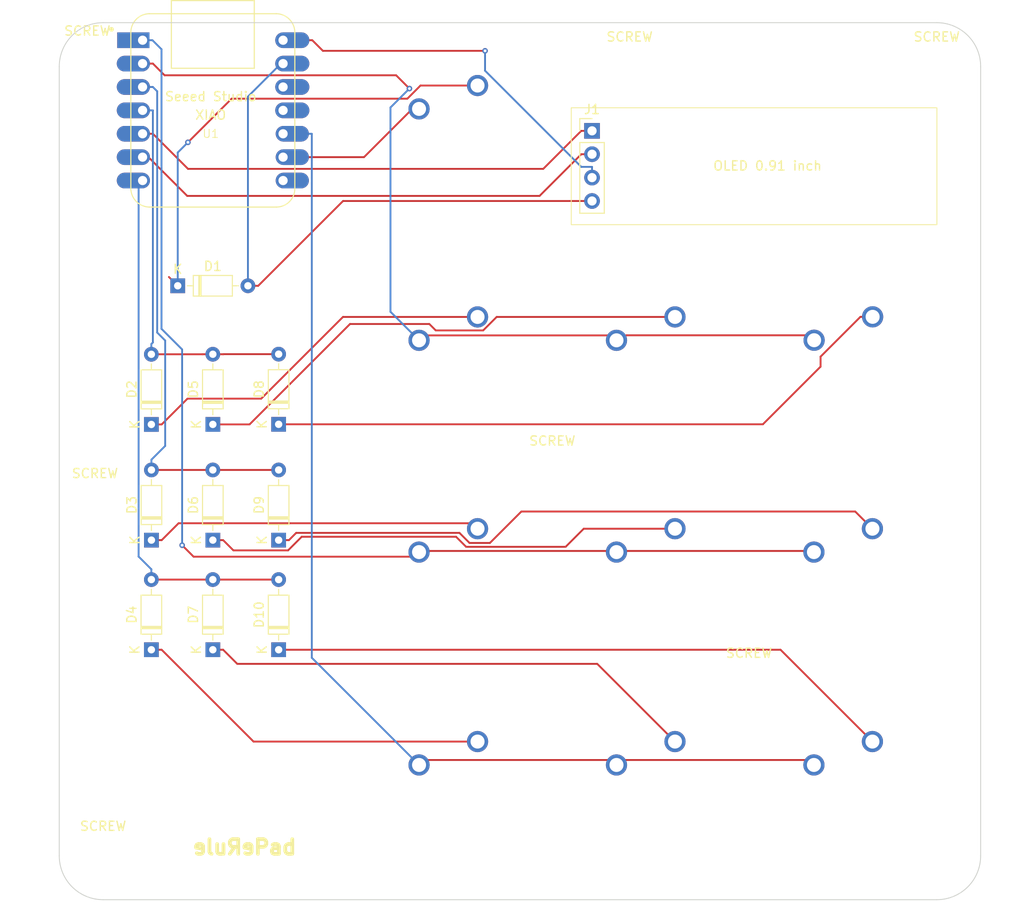
<source format=kicad_pcb>
(kicad_pcb (version 20241229) (generator "pcbnew") (generator_version "9.0")
  (layers (0 "F.Cu" signal) (2 "B.Cu" signal) (13 "F.Paste" user) (15 "B.Paste" user) (5 "F.SilkS" user "F.Silkscreen") (7 "B.SilkS" user "B.Silkscreen") (1 "F.Mask" user) (3 "B.Mask" user) (25 "Edge.Cuts" user))
  (net 0 "")
  (net 1 "Net-(D1-A)")
  (net 2 "ROW0")
  (net 3 "Net-(D2-A)")
  (net 4 "ROW1")
  (net 5 "GND")
  (net 6 "COL0")
  (net 7 "COL1")
  (net 8 "Net-(D3-A)")
  (net 9 "VCC")
  (net 10 "Net-(D4-A)")
  (net 11 "SDA")
  (net 12 "SCL")
  (net 13 "COL2")
  (net 14 "ROW2")
  (net 15 "LAYER_BTN")
  (net 16 "Net-(D10-A)")
  (net 17 "Net-(D5-A)")
  (net 18 "Net-(D6-A)")
  (net 19 "Net-(D7-A)")
  (net 20 "Net-(D8-A)")
  (net 21 "Net-(D9-A)")
  (footprint "MountingHole:MountingHole_3.2mm_M3" (layer "F.Cu") (at 94.523259 47.962955)
    (property "Reference" "SCREW" (at 0 -3.22005 0) (layer "F.SilkS"))
    (property "Value" "MountingHole_3.2mm_M3")
    (pad "" np_thru_hole circle (at 0 0) (size 3.2 3.2) (drill 3.2) (layers "*.Cu" "*.Mask"))
  )
  (footprint "Seeed Studio XIAO Series Library:XIAO-Generic-Hybrid-14P-2.54-21X17.8MM" (layer "F.Cu") (at 108.142831 53.374081)
    (property "Reference" "U1" (at -0.229248 2.54 0) (layer "F.SilkS") (effects (font (size 0.889 0.889) (thickness 0.1016))))
    (property "Value" "Seeed Studio XIAO RP2040" (hide yes))
    (fp_line (start -8.9 -8.5) (end -8.9 8.5) (stroke (width 0.127)) (layer "F.SilkS"))
    (fp_line (start -6.9 10.5) (end 6.9 10.5) (stroke (width 0.127)) (layer "F.SilkS"))
    (fp_line (start -4.5 -11.92403) (end 4.5 -11.92403) (stroke (width 0.127)) (layer "F.SilkS"))
    (fp_line (start -4.5 -4.57073) (end -4.5 -11.92403) (stroke (width 0.127)) (layer "F.SilkS"))
    (fp_line (start 4.5 -11.92403) (end 4.5 -4.57073) (stroke (width 0.127)) (layer "F.SilkS"))
    (fp_line (start 4.5 -4.57073) (end -4.5 -4.57073) (stroke (width 0.127)) (layer "F.SilkS"))
    (fp_line (start 6.9 -10.49909) (end -6.9 -10.49909) (stroke (width 0.127)) (layer "F.SilkS"))
    (fp_line (start 8.9 8.5) (end 8.9 -8.5) (stroke (width 0.127)) (layer "F.SilkS"))
    (fp_arc (start -8.9 -8.5) (mid -8.301491 -9.901491) (end -6.9 -10.5) (stroke (width 0.12)) (layer "F.SilkS"))
    (fp_arc (start -6.9 10.5) (mid -8.301423 9.901423) (end -8.9 8.5) (stroke (width 0.12)) (layer "F.SilkS"))
    (fp_arc (start 6.9 -10.5) (mid 8.301494 -9.901494) (end 8.9 -8.5) (stroke (width 0.12)) (layer "F.SilkS"))
    (fp_arc (start 8.9 8.5) (mid 8.314214 9.914214) (end 6.9 10.5) (stroke (width 0.12)) (layer "F.SilkS"))
    (fp_circle (center -11 -8.8) (end -11 -9.054) (fill yes) (layer "F.SilkS"))
    (fp_poly (pts (xy -8.887715 -8.561705) (xy -8.884667 -8.610473) (xy -8.880603 -8.659494)) (stroke (width 0.0254)) (fill no) (layer "F.SilkS"))
    (fp_poly (pts (xy 8.889492 8.521574) (xy 8.887713 8.57085) (xy 8.884665 8.619618) (xy 8.880601 8.668639) (xy 8.875268 8.717407) (xy 8.868664 8.766175) (xy 8.861044 8.81469) (xy 8.852153 8.86295) (xy 8.842248 8.910955)) (stroke (width 0.0254)) (fill no) (layer "F.SilkS"))
    (fp_text user "XIAO" (at -0.229248 0.5 0) (layer "F.SilkS"))
    (fp_text user "Seeed Studio" (at -0.229248 -1.5 0) (layer "F.SilkS"))
    (pad "1" thru_hole rect (at -7.625 -7.62) (size 3.5 1.7) (drill 1 (offset -1 0)) (layers "*.Cu" "*.Mask") (net 7 "COL1"))
    (pad "2" thru_hole oval (at -7.625 -5.08) (size 3.6 1.7) (drill 1 (offset -1 0)) (layers "*.Cu" "*.Mask") (net 6 "COL0"))
    (pad "3" thru_hole oval (at -7.625 -2.54) (size 3.6 1.7) (drill 1 (offset -1 0)) (layers "*.Cu" "*.Mask") (net 4 "ROW1"))
    (pad "4" thru_hole oval (at -7.625 0) (size 3.6 1.7) (drill 1 (offset -1 0)) (layers "*.Cu" "*.Mask") (net 2 "ROW0"))
    (pad "5" thru_hole oval (at -7.625 2.54) (size 3.6 1.7) (drill 1 (offset -1 0)) (layers "*.Cu" "*.Mask") (net 11 "SDA"))
    (pad "6" thru_hole oval (at -7.625 5.08 180) (size 3.6 1.7) (drill 1 (offset 1 0)) (layers "*.Cu" "*.Mask") (net 12 "SCL"))
    (pad "7" thru_hole oval (at -7.625 7.62) (size 3.6 1.7) (drill 1 (offset -1 0)) (layers "*.Cu" "*.Mask") (net 14 "ROW2"))
    (pad "8" thru_hole oval (at 7.625 7.62) (size 3.6 1.7) (drill 1 (offset 1 0)) (layers "*.Cu" "*.Mask"))
    (pad "9" thru_hole oval (at 7.625 5.08) (size 3.6 1.7) (drill 1 (offset 1 0)) (layers "*.Cu" "*.Mask") (net 15 "LAYER_BTN"))
    (pad "10" thru_hole oval (at 7.625 2.54) (size 3.6 1.7) (drill 1 (offset 1 0)) (layers "*.Cu" "*.Mask") (net 13 "COL2"))
    (pad "11" thru_hole oval (at 7.625 0) (size 3.7 1.7) (drill 1 (offset 1 0)) (layers "*.Cu" "*.Mask"))
    (pad "12" thru_hole oval (at 7.625 -2.54) (size 3.7 1.7) (drill 1 (offset 1 0)) (layers "*.Cu" "*.Mask"))
    (pad "13" thru_hole oval (at 7.625 -5.08) (size 3.7 1.7) (drill 1 (offset 1 0)) (layers "*.Cu" "*.Mask") (net 5 "GND"))
    (pad "14" thru_hole oval (at 7.625 -7.62) (size 3.7 1.7) (drill 1 (offset 1 0)) (layers "*.Cu" "*.Mask") (net 9 "VCC"))
  )
  (footprint "MX_Solderable:MX-Solderable-1U" (layer "F.Cu") (at 134.336831 127.005081)
    (property "Reference" "SW4")
    (property "Value" "SW_Push_45deg")
    (pad "" np_thru_hole circle (at -5.08 0 48.099) (size 1.7018 1.7018) (drill 1.7018) (layers "*.Cu" "*.Mask"))
    (pad "" np_thru_hole circle (at 0 0) (size 3.9878 3.9878) (drill 3.9878) (layers "*.Cu" "*.Mask"))
    (pad "" np_thru_hole circle (at 5.08 0 48.099) (size 1.7018 1.7018) (drill 1.7018) (layers "*.Cu" "*.Mask"))
    (pad "1" thru_hole circle (at -3.81 -2.54) (size 2.3 2.3) (drill 1.524) (layers "*.Cu" "B.Mask") (net 13 "COL2"))
    (pad "2" thru_hole circle (at 2.54 -5.08) (size 2.3 2.3) (drill 1.524) (layers "*.Cu" "B.Mask") (net 10 "Net-(D4-A)"))
  )
  (footprint "Diode_THT:D_DO-35_SOD27_P7.62mm_Horizontal" (layer "F.Cu") (at 115.286831 100.046081 90)
    (property "Reference" "D9" (at 3.81 -2.12 90) (layer "F.SilkS"))
    (property "Value" "D")
    (fp_line (start 5.93 -1.12) (end 1.69 -1.12) (stroke (width 0.12)) (layer "F.SilkS"))
    (fp_line (start 2.53 -1.12) (end 2.53 1.12) (stroke (width 0.12)) (layer "F.SilkS"))
    (fp_line (start 2.41 -1.12) (end 2.41 1.12) (stroke (width 0.12)) (layer "F.SilkS"))
    (fp_line (start 2.29 -1.12) (end 2.29 1.12) (stroke (width 0.12)) (layer "F.SilkS"))
    (fp_line (start 1.69 -1.12) (end 1.69 1.12) (stroke (width 0.12)) (layer "F.SilkS"))
    (fp_line (start 6.58 0) (end 5.93 0) (stroke (width 0.12)) (layer "F.SilkS"))
    (fp_line (start 1.04 0) (end 1.69 0) (stroke (width 0.12)) (layer "F.SilkS"))
    (fp_line (start 5.93 1.12) (end 5.93 -1.12) (stroke (width 0.12)) (layer "F.SilkS"))
    (fp_line (start 1.69 1.12) (end 5.93 1.12) (stroke (width 0.12)) (layer "F.SilkS"))
    (fp_text user "K" (at 0 -1.8 90) (layer "F.SilkS"))
    (pad "1" thru_hole rect (at 0 0 90) (size 1.6 1.6) (drill 0.8) (layers "*.Cu" "*.Mask") (net 21 "Net-(D9-A)"))
    (pad "2" thru_hole oval (at 7.62 0 90) (size 1.6 1.6) (drill 0.8) (layers "*.Cu" "*.Mask") (net 4 "ROW1"))
  )
  (footprint "MountingHole:MountingHole_3.2mm_M3" (layer "F.Cu") (at 186.723831 48.611331)
    (property "Reference" "SCREW" (at 0 -3.22005 0) (layer "F.SilkS"))
    (property "Value" "MountingHole_3.2mm_M3")
    (pad "" np_thru_hole circle (at 0 0) (size 3.2 3.2) (drill 3.2) (layers "*.Cu" "*.Mask"))
  )
  (footprint "Diode_THT:D_DO-35_SOD27_P7.62mm_Horizontal" (layer "F.Cu") (at 108.142831 87.480081 90)
    (property "Reference" "D5" (at 3.81 -2.12 90) (layer "F.SilkS"))
    (property "Value" "D")
    (fp_line (start 5.93 -1.12) (end 1.69 -1.12) (stroke (width 0.12)) (layer "F.SilkS"))
    (fp_line (start 2.53 -1.12) (end 2.53 1.12) (stroke (width 0.12)) (layer "F.SilkS"))
    (fp_line (start 2.41 -1.12) (end 2.41 1.12) (stroke (width 0.12)) (layer "F.SilkS"))
    (fp_line (start 2.29 -1.12) (end 2.29 1.12) (stroke (width 0.12)) (layer "F.SilkS"))
    (fp_line (start 1.69 -1.12) (end 1.69 1.12) (stroke (width 0.12)) (layer "F.SilkS"))
    (fp_line (start 6.58 0) (end 5.93 0) (stroke (width 0.12)) (layer "F.SilkS"))
    (fp_line (start 1.04 0) (end 1.69 0) (stroke (width 0.12)) (layer "F.SilkS"))
    (fp_line (start 5.93 1.12) (end 5.93 -1.12) (stroke (width 0.12)) (layer "F.SilkS"))
    (fp_line (start 1.69 1.12) (end 5.93 1.12) (stroke (width 0.12)) (layer "F.SilkS"))
    (fp_text user "K" (at 0 -1.8 90) (layer "F.SilkS"))
    (pad "1" thru_hole rect (at 0 0 90) (size 1.6 1.6) (drill 0.8) (layers "*.Cu" "*.Mask") (net 17 "Net-(D5-A)"))
    (pad "2" thru_hole oval (at 7.62 0 90) (size 1.6 1.6) (drill 0.8) (layers "*.Cu" "*.Mask") (net 2 "ROW0"))
  )
  (footprint "Connector_PinHeader_2.54mm:PinHeader_1x04_P2.54mm_Vertical" (layer "F.Cu") (at 149.303831 55.596081)
    (property "Reference" "J1" (at 0 -2.33 0) (layer "F.SilkS"))
    (property "Value" "OLED_DISPLAY")
    (fp_line (start -1.33 -1.33) (end 0 -1.33) (stroke (width 0.12)) (layer "F.SilkS"))
    (fp_line (start -1.33 0) (end -1.33 -1.33) (stroke (width 0.12)) (layer "F.SilkS"))
    (fp_line (start -1.33 1.27) (end -1.33 8.95) (stroke (width 0.12)) (layer "F.SilkS"))
    (fp_line (start -1.33 1.27) (end 1.33 1.27) (stroke (width 0.12)) (layer "F.SilkS"))
    (fp_line (start -1.33 8.95) (end 1.33 8.95) (stroke (width 0.12)) (layer "F.SilkS"))
    (fp_line (start 1.33 1.27) (end 1.33 8.95) (stroke (width 0.12)) (layer "F.SilkS"))
    (pad "1" thru_hole rect (at 0 0) (size 1.7 1.7) (drill 1) (layers "*.Cu" "*.Mask") (net 11 "SDA"))
    (pad "2" thru_hole oval (at 0 2.54) (size 1.7 1.7) (drill 1) (layers "*.Cu" "*.Mask") (net 12 "SCL"))
    (pad "3" thru_hole oval (at 0 5.08) (size 1.7 1.7) (drill 1) (layers "*.Cu" "*.Mask") (net 9 "VCC"))
    (pad "4" thru_hole oval (at 0 7.62) (size 1.7 1.7) (drill 1) (layers "*.Cu" "*.Mask") (net 5 "GND"))
  )
  (footprint "MountingHole:MountingHole_3.2mm_M3" (layer "F.Cu") (at 144.995011 92.489718)
    (property "Reference" "SCREW" (at 0 -3.22005 0) (layer "F.SilkS"))
    (property "Value" "MountingHole_3.2mm_M3")
    (pad "" np_thru_hole circle (at 0 0) (size 3.2 3.2) (drill 3.2) (layers "*.Cu" "*.Mask"))
  )
  (footprint "MX_Solderable:MX-Solderable-1U" (layer "F.Cu") (at 134.336831 80.887081)
    (property "Reference" "SW2")
    (property "Value" "SW_Push_45deg")
    (pad "" np_thru_hole circle (at -5.08 0 48.099) (size 1.7018 1.7018) (drill 1.7018) (layers "*.Cu" "*.Mask"))
    (pad "" np_thru_hole circle (at 0 0) (size 3.9878 3.9878) (drill 3.9878) (layers "*.Cu" "*.Mask"))
    (pad "" np_thru_hole circle (at 5.08 0 48.099) (size 1.7018 1.7018) (drill 1.7018) (layers "*.Cu" "*.Mask"))
    (pad "1" thru_hole circle (at -3.81 -2.54) (size 2.3 2.3) (drill 1.524) (layers "*.Cu" "B.Mask") (net 6 "COL0"))
    (pad "2" thru_hole circle (at 2.54 -5.08) (size 2.3 2.3) (drill 1.524) (layers "*.Cu" "B.Mask") (net 3 "Net-(D2-A)"))
  )
  (footprint "MX_Solderable:MX-Solderable-1U" (layer "F.Cu") (at 155.767831 103.887081)
    (property "Reference" "SW6")
    (property "Value" "SW_Push_45deg")
    (pad "" np_thru_hole circle (at -5.08 0 48.099) (size 1.7018 1.7018) (drill 1.7018) (layers "*.Cu" "*.Mask"))
    (pad "" np_thru_hole circle (at 0 0) (size 3.9878 3.9878) (drill 3.9878) (layers "*.Cu" "*.Mask"))
    (pad "" np_thru_hole circle (at 5.08 0 48.099) (size 1.7018 1.7018) (drill 1.7018) (layers "*.Cu" "*.Mask"))
    (pad "1" thru_hole circle (at -3.81 -2.54) (size 2.3 2.3) (drill 1.524) (layers "*.Cu" "B.Mask") (net 7 "COL1"))
    (pad "2" thru_hole circle (at 2.54 -5.08) (size 2.3 2.3) (drill 1.524) (layers "*.Cu" "B.Mask") (net 18 "Net-(D6-A)"))
  )
  (footprint "MountingHole:MountingHole_3.2mm_M3" (layer "F.Cu") (at 95.350602 96.024451)
    (property "Reference" "SCREW" (at 0 -3.22005 0) (layer "F.SilkS"))
    (property "Value" "MountingHole_3.2mm_M3")
    (pad "" np_thru_hole circle (at 0 0) (size 3.2 3.2) (drill 3.2) (layers "*.Cu" "*.Mask"))
  )
  (footprint "Diode_THT:D_DO-35_SOD27_P7.62mm_Horizontal" (layer "F.Cu") (at 115.286831 111.952081 90)
    (property "Reference" "D10" (at 3.81 -2.12 90) (layer "F.SilkS"))
    (property "Value" "D")
    (fp_line (start 5.93 -1.12) (end 1.69 -1.12) (stroke (width 0.12)) (layer "F.SilkS"))
    (fp_line (start 2.53 -1.12) (end 2.53 1.12) (stroke (width 0.12)) (layer "F.SilkS"))
    (fp_line (start 2.41 -1.12) (end 2.41 1.12) (stroke (width 0.12)) (layer "F.SilkS"))
    (fp_line (start 2.29 -1.12) (end 2.29 1.12) (stroke (width 0.12)) (layer "F.SilkS"))
    (fp_line (start 1.69 -1.12) (end 1.69 1.12) (stroke (width 0.12)) (layer "F.SilkS"))
    (fp_line (start 6.58 0) (end 5.93 0) (stroke (width 0.12)) (layer "F.SilkS"))
    (fp_line (start 1.04 0) (end 1.69 0) (stroke (width 0.12)) (layer "F.SilkS"))
    (fp_line (start 5.93 1.12) (end 5.93 -1.12) (stroke (width 0.12)) (layer "F.SilkS"))
    (fp_line (start 1.69 1.12) (end 5.93 1.12) (stroke (width 0.12)) (layer "F.SilkS"))
    (fp_text user "K" (at 0 -1.8 90) (layer "F.SilkS"))
    (pad "1" thru_hole rect (at 0 0 90) (size 1.6 1.6) (drill 0.8) (layers "*.Cu" "*.Mask") (net 16 "Net-(D10-A)"))
    (pad "2" thru_hole oval (at 7.62 0 90) (size 1.6 1.6) (drill 0.8) (layers "*.Cu" "*.Mask") (net 14 "ROW2"))
  )
  (footprint "MX_Solderable:MX-Solderable-1U" (layer "F.Cu") (at 177.198831 103.887081)
    (property "Reference" "SW9")
    (property "Value" "SW_Push_45deg")
    (pad "" np_thru_hole circle (at -5.08 0 48.099) (size 1.7018 1.7018) (drill 1.7018) (layers "*.Cu" "*.Mask"))
    (pad "" np_thru_hole circle (at 0 0) (size 3.9878 3.9878) (drill 3.9878) (layers "*.Cu" "*.Mask"))
    (pad "" np_thru_hole circle (at 5.08 0 48.099) (size 1.7018 1.7018) (drill 1.7018) (layers "*.Cu" "*.Mask"))
    (pad "1" thru_hole circle (at -3.81 -2.54) (size 2.3 2.3) (drill 1.524) (layers "*.Cu" "B.Mask") (net 7 "COL1"))
    (pad "2" thru_hole circle (at 2.54 -5.08) (size 2.3 2.3) (drill 1.524) (layers "*.Cu" "B.Mask") (net 21 "Net-(D9-A)"))
  )
  (footprint "MX_Solderable:MX-Solderable-1U" (layer "F.Cu") (at 177.220831 80.876081)
    (property "Reference" "SW8" (hide yes))
    (property "Value" "SW_Push_45deg")
    (pad "" np_thru_hole circle (at -5.08 0 48.099) (size 1.7018 1.7018) (drill 1.7018) (layers "*.Cu" "*.Mask"))
    (pad "" np_thru_hole circle (at 0 0) (size 3.9878 3.9878) (drill 3.9878) (layers "*.Cu" "*.Mask"))
    (pad "" np_thru_hole circle (at 5.08 0 48.099) (size 1.7018 1.7018) (drill 1.7018) (layers "*.Cu" "*.Mask"))
    (pad "1" thru_hole circle (at -3.81 -2.54) (size 2.3 2.3) (drill 1.524) (layers "*.Cu" "B.Mask") (net 6 "COL0"))
    (pad "2" thru_hole circle (at 2.54 -5.08) (size 2.3 2.3) (drill 1.524) (layers "*.Cu" "B.Mask") (net 20 "Net-(D8-A)"))
  )
  (footprint "Diode_THT:D_DO-35_SOD27_P7.62mm_Horizontal" (layer "F.Cu") (at 101.469831 87.485081 90)
    (property "Reference" "D2" (at 3.81 -2.12 90) (layer "F.SilkS"))
    (property "Value" "D")
    (fp_line (start 5.93 -1.12) (end 1.69 -1.12) (stroke (width 0.12)) (layer "F.SilkS"))
    (fp_line (start 2.53 -1.12) (end 2.53 1.12) (stroke (width 0.12)) (layer "F.SilkS"))
    (fp_line (start 2.41 -1.12) (end 2.41 1.12) (stroke (width 0.12)) (layer "F.SilkS"))
    (fp_line (start 2.29 -1.12) (end 2.29 1.12) (stroke (width 0.12)) (layer "F.SilkS"))
    (fp_line (start 1.69 -1.12) (end 1.69 1.12) (stroke (width 0.12)) (layer "F.SilkS"))
    (fp_line (start 6.58 0) (end 5.93 0) (stroke (width 0.12)) (layer "F.SilkS"))
    (fp_line (start 1.04 0) (end 1.69 0) (stroke (width 0.12)) (layer "F.SilkS"))
    (fp_line (start 5.93 1.12) (end 5.93 -1.12) (stroke (width 0.12)) (layer "F.SilkS"))
    (fp_line (start 1.69 1.12) (end 5.93 1.12) (stroke (width 0.12)) (layer "F.SilkS"))
    (fp_text user "K" (at 0 -1.8 90) (layer "F.SilkS"))
    (pad "1" thru_hole rect (at 0 0 90) (size 1.6 1.6) (drill 0.8) (layers "*.Cu" "*.Mask") (net 3 "Net-(D2-A)"))
    (pad "2" thru_hole oval (at 7.62 0 90) (size 1.6 1.6) (drill 0.8) (layers "*.Cu" "*.Mask") (net 2 "ROW0"))
  )
  (footprint "MountingHole:MountingHole_3.2mm_M3" (layer "F.Cu") (at 166.348445 115.54172)
    (property "Reference" "SCREW" (at 0 -3.22005 0) (layer "F.SilkS"))
    (property "Value" "MountingHole_3.2mm_M3")
    (pad "" np_thru_hole circle (at 0 0) (size 3.2 3.2) (drill 3.2) (layers "*.Cu" "*.Mask"))
  )
  (footprint "MX_Solderable:MX-Solderable-1U" (layer "F.Cu") (at 134.336831 55.755081)
    (property "Reference" "SW1")
    (property "Value" "SW_Push_45deg")
    (pad "" np_thru_hole circle (at -5.08 0 48.099) (size 1.7018 1.7018) (drill 1.7018) (layers "*.Cu" "*.Mask"))
    (pad "" np_thru_hole circle (at 0 0) (size 3.9878 3.9878) (drill 3.9878) (layers "*.Cu" "*.Mask"))
    (pad "" np_thru_hole circle (at 5.08 0 48.099) (size 1.7018 1.7018) (drill 1.7018) (layers "*.Cu" "*.Mask"))
    (pad "1" thru_hole circle (at -3.81 -2.54) (size 2.3 2.3) (drill 1.524) (layers "*.Cu" "B.Mask") (net 15 "LAYER_BTN"))
    (pad "2" thru_hole circle (at 2.54 -5.08) (size 2.3 2.3) (drill 1.524) (layers "*.Cu" "B.Mask") (net 1 "Net-(D1-A)"))
  )
  (footprint "MountingHole:MountingHole_3.2mm_M3" (layer "F.Cu") (at 153.386331 48.611331)
    (property "Reference" "SCREW" (at 0 -3.22005 0) (layer "F.SilkS"))
    (property "Value" "MountingHole_3.2mm_M3")
    (pad "" np_thru_hole circle (at 0 0) (size 3.2 3.2) (drill 3.2) (layers "*.Cu" "*.Mask"))
  )
  (footprint "Diode_THT:D_DO-35_SOD27_P7.62mm_Horizontal" (layer "F.Cu") (at 115.286831 87.469081 90)
    (property "Reference" "D8" (at 3.81 -2.12 90) (layer "F.SilkS"))
    (property "Value" "D")
    (fp_line (start 5.93 -1.12) (end 1.69 -1.12) (stroke (width 0.12)) (layer "F.SilkS"))
    (fp_line (start 2.53 -1.12) (end 2.53 1.12) (stroke (width 0.12)) (layer "F.SilkS"))
    (fp_line (start 2.41 -1.12) (end 2.41 1.12) (stroke (width 0.12)) (layer "F.SilkS"))
    (fp_line (start 2.29 -1.12) (end 2.29 1.12) (stroke (width 0.12)) (layer "F.SilkS"))
    (fp_line (start 1.69 -1.12) (end 1.69 1.12) (stroke (width 0.12)) (layer "F.SilkS"))
    (fp_line (start 6.58 0) (end 5.93 0) (stroke (width 0.12)) (layer "F.SilkS"))
    (fp_line (start 1.04 0) (end 1.69 0) (stroke (width 0.12)) (layer "F.SilkS"))
    (fp_line (start 5.93 1.12) (end 5.93 -1.12) (stroke (width 0.12)) (layer "F.SilkS"))
    (fp_line (start 1.69 1.12) (end 5.93 1.12) (stroke (width 0.12)) (layer "F.SilkS"))
    (fp_text user "K" (at 0 -1.8 90) (layer "F.SilkS"))
    (pad "1" thru_hole rect (at 0 0 90) (size 1.6 1.6) (drill 0.8) (layers "*.Cu" "*.Mask") (net 20 "Net-(D8-A)"))
    (pad "2" thru_hole oval (at 7.62 0 90) (size 1.6 1.6) (drill 0.8) (layers "*.Cu" "*.Mask") (net 2 "ROW0"))
  )
  (footprint "MX_Solderable:MX-Solderable-1U" (layer "F.Cu") (at 177.198831 127.005081)
    (property "Reference" "SW10")
    (property "Value" "SW_Push_45deg")
    (pad "" np_thru_hole circle (at -5.08 0 48.099) (size 1.7018 1.7018) (drill 1.7018) (layers "*.Cu" "*.Mask"))
    (pad "" np_thru_hole circle (at 0 0) (size 3.9878 3.9878) (drill 3.9878) (layers "*.Cu" "*.Mask"))
    (pad "" np_thru_hole circle (at 5.08 0 48.099) (size 1.7018 1.7018) (drill 1.7018) (layers "*.Cu" "*.Mask"))
    (pad "1" thru_hole circle (at -3.81 -2.54) (size 2.3 2.3) (drill 1.524) (layers "*.Cu" "B.Mask") (net 13 "COL2"))
    (pad "2" thru_hole circle (at 2.54 -5.08) (size 2.3 2.3) (drill 1.524) (layers "*.Cu" "B.Mask") (net 16 "Net-(D10-A)"))
  )
  (footprint "MountingHole:MountingHole_3.2mm_M3" (layer "F.Cu") (at 96.236331 134.336331)
    (property "Reference" "SCREW" (at 0 -3.22005 0) (layer "F.SilkS"))
    (property "Value" "MountingHole_3.2mm_M3")
    (pad "" np_thru_hole circle (at 0 0) (size 3.2 3.2) (drill 3.2) (layers "*.Cu" "*.Mask"))
  )
  (footprint "MX_Solderable:MX-Solderable-1U" (layer "F.Cu") (at 134.336831 103.887081)
    (property "Reference" "SW3")
    (property "Value" "SW_Push_45deg")
    (pad "" np_thru_hole circle (at -5.08 0 48.099) (size 1.7018 1.7018) (drill 1.7018) (layers "*.Cu" "*.Mask"))
    (pad "" np_thru_hole circle (at 0 0) (size 3.9878 3.9878) (drill 3.9878) (layers "*.Cu" "*.Mask"))
    (pad "" np_thru_hole circle (at 5.08 0 48.099) (size 1.7018 1.7018) (drill 1.7018) (layers "*.Cu" "*.Mask"))
    (pad "1" thru_hole circle (at -3.81 -2.54) (size 2.3 2.3) (drill 1.524) (layers "*.Cu" "B.Mask") (net 7 "COL1"))
    (pad "2" thru_hole circle (at 2.54 -5.08) (size 2.3 2.3) (drill 1.524) (layers "*.Cu" "B.Mask") (net 8 "Net-(D3-A)"))
  )
  (footprint "Diode_THT:D_DO-35_SOD27_P7.62mm_Horizontal" (layer "F.Cu") (at 101.469831 111.952081 90)
    (property "Reference" "D4" (at 3.81 -2.12 90) (layer "F.SilkS"))
    (property "Value" "D")
    (fp_line (start 5.93 -1.12) (end 1.69 -1.12) (stroke (width 0.12)) (layer "F.SilkS"))
    (fp_line (start 2.53 -1.12) (end 2.53 1.12) (stroke (width 0.12)) (layer "F.SilkS"))
    (fp_line (start 2.41 -1.12) (end 2.41 1.12) (stroke (width 0.12)) (layer "F.SilkS"))
    (fp_line (start 2.29 -1.12) (end 2.29 1.12) (stroke (width 0.12)) (layer "F.SilkS"))
    (fp_line (start 1.69 -1.12) (end 1.69 1.12) (stroke (width 0.12)) (layer "F.SilkS"))
    (fp_line (start 6.58 0) (end 5.93 0) (stroke (width 0.12)) (layer "F.SilkS"))
    (fp_line (start 1.04 0) (end 1.69 0) (stroke (width 0.12)) (layer "F.SilkS"))
    (fp_line (start 5.93 1.12) (end 5.93 -1.12) (stroke (width 0.12)) (layer "F.SilkS"))
    (fp_line (start 1.69 1.12) (end 5.93 1.12) (stroke (width 0.12)) (layer "F.SilkS"))
    (fp_text user "K" (at 0 -1.8 90) (layer "F.SilkS"))
    (pad "1" thru_hole rect (at 0 0 90) (size 1.6 1.6) (drill 0.8) (layers "*.Cu" "*.Mask") (net 10 "Net-(D4-A)"))
    (pad "2" thru_hole oval (at 7.62 0 90) (size 1.6 1.6) (drill 0.8) (layers "*.Cu" "*.Mask") (net 14 "ROW2"))
  )
  (footprint "Diode_THT:D_DO-35_SOD27_P7.62mm_Horizontal" (layer "F.Cu") (at 108.142831 100.046081 90)
    (property "Reference" "D6" (at 3.81 -2.12 90) (layer "F.SilkS"))
    (property "Value" "D")
    (fp_line (start 5.93 -1.12) (end 1.69 -1.12) (stroke (width 0.12)) (layer "F.SilkS"))
    (fp_line (start 2.53 -1.12) (end 2.53 1.12) (stroke (width 0.12)) (layer "F.SilkS"))
    (fp_line (start 2.41 -1.12) (end 2.41 1.12) (stroke (width 0.12)) (layer "F.SilkS"))
    (fp_line (start 2.29 -1.12) (end 2.29 1.12) (stroke (width 0.12)) (layer "F.SilkS"))
    (fp_line (start 1.69 -1.12) (end 1.69 1.12) (stroke (width 0.12)) (layer "F.SilkS"))
    (fp_line (start 6.58 0) (end 5.93 0) (stroke (width 0.12)) (layer "F.SilkS"))
    (fp_line (start 1.04 0) (end 1.69 0) (stroke (width 0.12)) (layer "F.SilkS"))
    (fp_line (start 5.93 1.12) (end 5.93 -1.12) (stroke (width 0.12)) (layer "F.SilkS"))
    (fp_line (start 1.69 1.12) (end 5.93 1.12) (stroke (width 0.12)) (layer "F.SilkS"))
    (fp_text user "K" (at 0 -1.8 90) (layer "F.SilkS"))
    (pad "1" thru_hole rect (at 0 0 90) (size 1.6 1.6) (drill 0.8) (layers "*.Cu" "*.Mask") (net 18 "Net-(D6-A)"))
    (pad "2" thru_hole oval (at 7.62 0 90) (size 1.6 1.6) (drill 0.8) (layers "*.Cu" "*.Mask") (net 4 "ROW1"))
  )
  (footprint "Diode_THT:D_DO-35_SOD27_P7.62mm_Horizontal" (layer "F.Cu") (at 104.332831 72.424081)
    (property "Reference" "D1" (at 3.81 -2.12 0) (layer "F.SilkS"))
    (property "Value" "D")
    (fp_line (start 1.04 0) (end 1.69 0) (stroke (width 0.12)) (layer "F.SilkS"))
    (fp_line (start 1.69 -1.12) (end 1.69 1.12) (stroke (width 0.12)) (layer "F.SilkS"))
    (fp_line (start 1.69 1.12) (end 5.93 1.12) (stroke (width 0.12)) (layer "F.SilkS"))
    (fp_line (start 2.29 -1.12) (end 2.29 1.12) (stroke (width 0.12)) (layer "F.SilkS"))
    (fp_line (start 2.41 -1.12) (end 2.41 1.12) (stroke (width 0.12)) (layer "F.SilkS"))
    (fp_line (start 2.53 -1.12) (end 2.53 1.12) (stroke (width 0.12)) (layer "F.SilkS"))
    (fp_line (start 5.93 -1.12) (end 1.69 -1.12) (stroke (width 0.12)) (layer "F.SilkS"))
    (fp_line (start 5.93 1.12) (end 5.93 -1.12) (stroke (width 0.12)) (layer "F.SilkS"))
    (fp_line (start 6.58 0) (end 5.93 0) (stroke (width 0.12)) (layer "F.SilkS"))
    (fp_text user "K" (at 0 -1.8 0) (layer "F.SilkS"))
    (pad "1" thru_hole rect (at 0 0) (size 1.6 1.6) (drill 0.8) (layers "*.Cu" "*.Mask") (net 1 "Net-(D1-A)"))
    (pad "2" thru_hole oval (at 7.62 0) (size 1.6 1.6) (drill 0.8) (layers "*.Cu" "*.Mask") (net 5 "GND"))
  )
  (footprint "MX_Solderable:MX-Solderable-1U" (layer "F.Cu") (at 155.767831 127.005081)
    (property "Reference" "SW7")
    (property "Value" "SW_Push_45deg")
    (pad "" np_thru_hole circle (at -5.08 0 48.099) (size 1.7018 1.7018) (drill 1.7018) (layers "*.Cu" "*.Mask"))
    (pad "" np_thru_hole circle (at 0 0) (size 3.9878 3.9878) (drill 3.9878) (layers "*.Cu" "*.Mask"))
    (pad "" np_thru_hole circle (at 5.08 0 48.099) (size 1.7018 1.7018) (drill 1.7018) (layers "*.Cu" "*.Mask"))
    (pad "1" thru_hole circle (at -3.81 -2.54) (size 2.3 2.3) (drill 1.524) (layers "*.Cu" "B.Mask") (net 13 "COL2"))
    (pad "2" thru_hole circle (at 2.54 -5.08) (size 2.3 2.3) (drill 1.524) (layers "*.Cu" "B.Mask") (net 19 "Net-(D7-A)"))
  )
  (footprint "MX_Solderable:MX-Solderable-1U" (layer "F.Cu") (at 155.767831 80.887081)
    (property "Reference" "SW5")
    (property "Value" "SW_Push_45deg")
    (pad "" np_thru_hole circle (at -5.08 0 48.099) (size 1.7018 1.7018) (drill 1.7018) (layers "*.Cu" "*.Mask"))
    (pad "" np_thru_hole circle (at 0 0) (size 3.9878 3.9878) (drill 3.9878) (layers "*.Cu" "*.Mask"))
    (pad "" np_thru_hole circle (at 5.08 0 48.099) (size 1.7018 1.7018) (drill 1.7018) (layers "*.Cu" "*.Mask"))
    (pad "1" thru_hole circle (at -3.81 -2.54) (size 2.3 2.3) (drill 1.524) (layers "*.Cu" "B.Mask") (net 6 "COL0"))
    (pad "2" thru_hole circle (at 2.54 -5.08) (size 2.3 2.3) (drill 1.524) (layers "*.Cu" "B.Mask") (net 17 "Net-(D5-A)"))
  )
  (footprint "Diode_THT:D_DO-35_SOD27_P7.62mm_Horizontal" (layer "F.Cu") (at 101.477831 100.046081 90)
    (property "Reference" "D3" (at 3.81 -2.12 90) (layer "F.SilkS"))
    (property "Value" "D")
    (fp_line (start 5.93 -1.12) (end 1.69 -1.12) (stroke (width 0.12)) (layer "F.SilkS"))
    (fp_line (start 2.53 -1.12) (end 2.53 1.12) (stroke (width 0.12)) (layer "F.SilkS"))
    (fp_line (start 2.41 -1.12) (end 2.41 1.12) (stroke (width 0.12)) (layer "F.SilkS"))
    (fp_line (start 2.29 -1.12) (end 2.29 1.12) (stroke (width 0.12)) (layer "F.SilkS"))
    (fp_line (start 1.69 -1.12) (end 1.69 1.12) (stroke (width 0.12)) (layer "F.SilkS"))
    (fp_line (start 6.58 0) (end 5.93 0) (stroke (width 0.12)) (layer "F.SilkS"))
    (fp_line (start 1.04 0) (end 1.69 0) (stroke (width 0.12)) (layer "F.SilkS"))
    (fp_line (start 5.93 1.12) (end 5.93 -1.12) (stroke (width 0.12)) (layer "F.SilkS"))
    (fp_line (start 1.69 1.12) (end 5.93 1.12) (stroke (width 0.12)) (layer "F.SilkS"))
    (fp_text user "K" (at 0 -1.8 90) (layer "F.SilkS"))
    (pad "1" thru_hole rect (at 0 0 90) (size 1.6 1.6) (drill 0.8) (layers "*.Cu" "*.Mask") (net 8 "Net-(D3-A)"))
    (pad "2" thru_hole oval (at 7.62 0 90) (size 1.6 1.6) (drill 0.8) (layers "*.Cu" "*.Mask") (net 4 "ROW1"))
  )
  (footprint "Diode_THT:D_DO-35_SOD27_P7.62mm_Horizontal" (layer "F.Cu") (at 108.142831 111.952081 90)
    (property "Reference" "D7" (at 3.81 -2.12 90) (layer "F.SilkS"))
    (property "Value" "D")
    (fp_line (start 5.93 -1.12) (end 1.69 -1.12) (stroke (width 0.12)) (layer "F.SilkS"))
    (fp_line (start 2.53 -1.12) (end 2.53 1.12) (stroke (width 0.12)) (layer "F.SilkS"))
    (fp_line (start 2.41 -1.12) (end 2.41 1.12) (stroke (width 0.12)) (layer "F.SilkS"))
    (fp_line (start 2.29 -1.12) (end 2.29 1.12) (stroke (width 0.12)) (layer "F.SilkS"))
    (fp_line (start 1.69 -1.12) (end 1.69 1.12) (stroke (width 0.12)) (layer "F.SilkS"))
    (fp_line (start 6.58 0) (end 5.93 0) (stroke (width 0.12)) (layer "F.SilkS"))
    (fp_line (start 1.04 0) (end 1.69 0) (stroke (width 0.12)) (layer "F.SilkS"))
    (fp_line (start 5.93 1.12) (end 5.93 -1.12) (stroke (width 0.12)) (layer "F.SilkS"))
    (fp_line (start 1.69 1.12) (end 5.93 1.12) (stroke (width 0.12)) (layer "F.SilkS"))
    (fp_text user "K" (at 0 -1.8 90) (layer "F.SilkS"))
    (pad "1" thru_hole rect (at 0 0 90) (size 1.6 1.6) (drill 0.8) (layers "*.Cu" "*.Mask") (net 19 "Net-(D7-A)"))
    (pad "2" thru_hole oval (at 7.62 0 90) (size 1.6 1.6) (drill 0.8) (layers "*.Cu" "*.Mask") (net 14 "ROW2"))
  )
  (gr_rect (start 147.049194 53.088081) (end 186.736694 65.788081) (stroke (width 0.1)) (fill no) (layer "F.SilkS"))
  (gr_line (start 96.236331 43.848832) (end 186.723831 43.848831) (stroke (width 0.1)) (layer "Edge.Cuts"))
  (gr_arc (start 96.236331 139.098831) (mid 92.86875 137.703912) (end 91.473831 134.336331) (stroke (width 0.1)) (layer "Edge.Cuts"))
  (gr_line (start 186.723831 139.098881) (end 96.236331 139.098831) (stroke (width 0.1)) (layer "Edge.Cuts"))
  (gr_line (start 91.473831 48.611331) (end 91.473831 134.336331) (stroke (width 0.1)) (layer "Edge.Cuts"))
  (gr_arc (start 191.486331 134.336331) (mid 190.091409 137.703895) (end 186.723831 139.098831) (stroke (width 0.1)) (layer "Edge.Cuts"))
  (gr_arc (start 91.473831 48.611331) (mid 92.86875 45.24375) (end 96.236331 43.848831) (stroke (width 0.1)) (layer "Edge.Cuts"))
  (gr_arc (start 186.723831 43.848831) (mid 190.091409 45.243738) (end 191.486331 48.611331) (stroke (width 0.1)) (layer "Edge.Cuts"))
  (gr_line (start 191.486331 48.611331) (end 191.486331 134.336331) (stroke (width 0.1)) (layer "Edge.Cuts"))
  (gr_text "ɘluЯɘPad" (at 105.761331 134.336331 0) (layer "F.SilkS") (effects (font (size 1.6 1.6) (thickness 0.4) (bold yes)) (justify left bottom)))
  (gr_text "OLED 0.91 inch" (at 168.353444 59.396331 0) (layer "F.SilkS") (effects (font (size 1 1))))
  (segment (start 129.255831 52.104081) (end 130.684831 50.675081) (width 0.2) (layer "F.Cu") (net 1))
  (segment (start 130.684831 50.675081) (end 136.876831 50.675081) (width 0.2) (layer "F.Cu") (net 1))
  (segment (start 105.439831 56.845081) (end 110.180831 52.104081) (width 0.2) (layer "F.Cu") (net 1))
  (segment (start 110.180831 52.104081) (end 129.255831 52.104081) (width 0.2) (layer "F.Cu") (net 1))
  (segment (start 103.379831 71.471081) (end 104.332831 72.424081) (width 0.2) (layer "F.Cu") (net 1))
  (via (at 105.439831 56.845081) (size 0.6) (drill 0.3) (layers "F.Cu" "B.Cu") (net 1))
  (segment (start 104.332831 72.424081) (end 104.332831 57.952081) (width 0.2) (layer "B.Cu") (net 1))
  (segment (start 104.332831 57.952081) (end 105.439831 56.845081) (width 0.2) (layer "B.Cu") (net 1))
  (segment (start 107.020831 79.865081) (end 107.025831 79.860081) (width 0.2) (layer "F.Cu") (net 2))
  (segment (start 109.270831 79.849081) (end 109.259831 79.860081) (width 0.2) (layer "F.Cu") (net 2))
  (segment (start 108.142831 79.860081) (end 109.259831 79.860081) (width 0.2) (layer "F.Cu") (net 2))
  (segment (start 115.286831 79.849081) (end 109.270831 79.849081) (width 0.2) (layer "F.Cu") (net 2))
  (segment (start 108.142831 79.860081) (end 107.025831 79.860081) (width 0.2) (layer "F.Cu") (net 2))
  (segment (start 101.469831 79.865081) (end 107.020831 79.865081) (width 0.2) (layer "F.Cu") (net 2))
  (segment (start 101.634831 53.374081) (end 101.634831 78.583081) (width 0.2) (layer "B.Cu") (net 2))
  (segment (start 101.469831 79.865081) (end 101.469831 78.748081) (width 0.2) (layer "B.Cu") (net 2))
  (segment (start 100.517831 53.374081) (end 101.634831 53.374081) (width 0.2) (layer "B.Cu") (net 2))
  (segment (start 101.634831 78.583081) (end 101.469831 78.748081) (width 0.2) (layer "B.Cu") (net 2))
  (segment (start 136.876831 75.807081) (end 122.270831 75.807081) (width 0.2) (layer "F.Cu") (net 3))
  (segment (start 113.397831 84.680081) (end 105.391831 84.680081) (width 0.2) (layer "F.Cu") (net 3))
  (segment (start 122.270831 75.807081) (end 113.397831 84.680081) (width 0.2) (layer "F.Cu") (net 3))
  (segment (start 105.391831 84.680081) (end 102.586831 87.485081) (width 0.2) (layer "F.Cu") (net 3))
  (segment (start 101.469831 87.485081) (end 102.586831 87.485081) (width 0.2) (layer "F.Cu") (net 3))
  (segment (start 108.142831 92.426081) (end 101.477831 92.426081) (width 0.2) (layer "F.Cu") (net 4))
  (segment (start 100.517831 50.834081) (end 98.776831 50.834081) (width 0.2) (layer "F.Cu") (net 4))
  (segment (start 115.286831 92.426081) (end 108.142831 92.426081) (width 0.2) (layer "F.Cu") (net 4))
  (segment (start 102.971831 78.370081) (end 102.103831 77.502081) (width 0.2) (layer "B.Cu") (net 4))
  (segment (start 102.103831 51.303081) (end 101.634831 50.834081) (width 0.2) (layer "B.Cu") (net 4))
  (segment (start 101.477831 91.309081) (end 102.971831 89.815081) (width 0.2) (layer "B.Cu") (net 4))
  (segment (start 102.103831 77.502081) (end 102.103831 51.303081) (width 0.2) (layer "B.Cu") (net 4))
  (segment (start 100.517831 50.834081) (end 101.634831 50.834081) (width 0.2) (layer "B.Cu") (net 4))
  (segment (start 101.477831 92.426081) (end 101.477831 91.309081) (width 0.2) (layer "B.Cu") (net 4))
  (segment (start 102.971831 89.815081) (end 102.971831 78.370081) (width 0.2) (layer "B.Cu") (net 4))
  (segment (start 149.303831 63.216081) (end 122.277831 63.216081) (width 0.2) (layer "F.Cu") (net 5))
  (segment (start 111.952831 72.424081) (end 113.069831 72.424081) (width 0.2) (layer "F.Cu") (net 5))
  (segment (start 122.277831 63.216081) (end 113.069831 72.424081) (width 0.2) (layer "F.Cu") (net 5))
  (segment (start 111.952831 51.880081) (end 115.538831 48.294081) (width 0.2) (layer "B.Cu") (net 5))
  (segment (start 115.538831 48.294081) (end 115.767831 48.294081) (width 0.2) (layer "B.Cu") (net 5))
  (segment (start 115.855831 48.611081) (end 115.538831 48.294081) (width 0.2) (layer "B.Cu") (net 5))
  (segment (start 111.952831 72.424081) (end 111.952831 51.880081) (width 0.2) (layer "B.Cu") (net 5))
  (segment (start 116.084831 48.611081) (end 115.767831 48.294081) (width 0.2) (layer "B.Cu") (net 5))
  (segment (start 115.767831 48.294081) (end 118.356831 48.294081) (width 0.2) (layer "B.Cu") (net 5))
  (segment (start 151.957831 78.347081) (end 152.490831 78.347081) (width 0.2) (layer "F.Cu") (net 6))
  (segment (start 173.410831 78.336081) (end 172.877831 77.803081) (width 0.2) (layer "F.Cu") (net 6))
  (segment (start 152.490831 78.347081) (end 152.501831 78.336081) (width 0.2) (layer "F.Cu") (net 6))
  (segment (start 153.034831 77.803081) (end 152.501831 78.336081) (width 0.2) (layer "F.Cu") (net 6))
  (segment (start 151.424831 77.814081) (end 151.957831 78.347081) (width 0.2) (layer "F.Cu") (net 6))
  (segment (start 129.482831 51.004081) (end 128.042831 49.564081) (width 0.2) (layer "F.Cu") (net 6))
  (segment (start 172.877831 77.803081) (end 153.034831 77.803081) (width 0.2) (layer "F.Cu") (net 6))
  (segment (start 102.904831 49.564081) (end 101.634831 48.294081) (width 0.2) (layer "F.Cu") (net 6))
  (segment (start 131.059831 77.814081) (end 151.424831 77.814081) (width 0.2) (layer "F.Cu") (net 6))
  (segment (start 100.517831 48.294081) (end 101.634831 48.294081) (width 0.2) (layer "F.Cu") (net 6))
  (segment (start 128.042831 49.564081) (end 102.904831 49.564081) (width 0.2) (layer "F.Cu") (net 6))
  (segment (start 130.526831 78.347081) (end 131.059831 77.814081) (width 0.2) (layer "F.Cu") (net 6))
  (via (at 129.482831 51.004081) (size 0.6) (drill 0.3) (layers "F.Cu" "B.Cu") (net 6))
  (segment (start 127.424831 75.245081) (end 127.424831 53.062081) (width 0.2) (layer "B.Cu") (net 6))
  (segment (start 130.526831 78.347081) (end 127.424831 75.245081) (width 0.2) (layer "B.Cu") (net 6))
  (segment (start 127.424831 53.062081) (end 129.482831 51.004081) (width 0.2) (layer "B.Cu") (net 6))
  (segment (start 173.265831 101.224081) (end 173.388831 101.347081) (width 0.2) (layer "F.Cu") (net 7))
  (segment (start 151.957831 101.224081) (end 173.265831 101.224081) (width 0.2) (layer "F.Cu") (net 7))
  (segment (start 106.053831 101.845081) (end 104.810831 100.602081) (width 0.2) (layer "F.Cu") (net 7))
  (segment (start 151.957831 101.224081) (end 130.649831 101.224081) (width 0.2) (layer "F.Cu") (net 7))
  (segment (start 151.957831 101.224081) (end 151.957831 101.347081) (width 0.2) (layer "F.Cu") (net 7))
  (segment (start 130.649831 101.224081) (end 130.526831 101.347081) (width 0.2) (layer "F.Cu") (net 7))
  (segment (start 130.526831 101.347081) (end 130.028831 101.845081) (width 0.2) (layer "F.Cu") (net 7))
  (segment (start 130.028831 101.845081) (end 106.053831 101.845081) (width 0.2) (layer "F.Cu") (net 7))
  (via (at 104.810831 100.602081) (size 0.6) (drill 0.3) (layers "F.Cu" "B.Cu") (net 7))
  (segment (start 104.810831 100.602081) (end 104.810831 79.338081) (width 0.2) (layer "B.Cu") (net 7))
  (segment (start 102.571831 77.099081) (end 102.571831 46.741081) (width 0.2) (layer "B.Cu") (net 7))
  (segment (start 104.810831 79.338081) (end 102.571831 77.099081) (width 0.2) (layer "B.Cu") (net 7))
  (segment (start 102.571831 46.741081) (end 101.584831 45.754081) (width 0.2) (layer "B.Cu") (net 7))
  (segment (start 100.517831 45.754081) (end 101.584831 45.754081) (width 0.2) (layer "B.Cu") (net 7))
  (segment (start 104.423831 98.217081) (end 136.285831 98.217081) (width 0.2) (layer "F.Cu") (net 8))
  (segment (start 136.285831 98.217081) (end 136.876831 98.807081) (width 0.2) (layer "F.Cu") (net 8))
  (segment (start 101.477831 100.046081) (end 102.594831 100.046081) (width 0.2) (layer "F.Cu") (net 8))
  (segment (start 102.594831 100.046081) (end 104.423831 98.217081) (width 0.2) (layer "F.Cu") (net 8))
  (segment (start 115.767831 45.754081) (end 118.934831 45.754081) (width 0.2) (layer "F.Cu") (net 9))
  (segment (start 120.085831 46.905081) (end 118.934831 45.754081) (width 0.2) (layer "F.Cu") (net 9))
  (segment (start 137.690831 46.905081) (end 120.085831 46.905081) (width 0.2) (layer "F.Cu") (net 9))
  (via (at 137.690831 46.905081) (size 0.6) (drill 0.3) (layers "F.Cu" "B.Cu") (net 9))
  (segment (start 137.690831 49.063081) (end 137.690831 46.905081) (width 0.2) (layer "B.Cu") (net 9))
  (segment (start 149.303831 60.676081) (end 149.303831 59.509081) (width 0.2) (layer "B.Cu") (net 9))
  (segment (start 148.136831 59.509081) (end 137.690831 49.063081) (width 0.2) (layer "B.Cu") (net 9))
  (segment (start 149.303831 59.509081) (end 148.136831 59.509081) (width 0.2) (layer "B.Cu") (net 9))
  (segment (start 101.469831 111.952081) (end 102.586831 111.952081) (width 0.2) (layer "F.Cu") (net 10))
  (segment (start 112.559831 121.925081) (end 102.586831 111.952081) (width 0.2) (layer "F.Cu") (net 10))
  (segment (start 136.876831 121.925081) (end 112.559831 121.925081) (width 0.2) (layer "F.Cu") (net 10))
  (segment (start 149.303831 55.596081) (end 148.136831 55.596081) (width 0.2) (layer "F.Cu") (net 11))
  (segment (start 144.008831 59.724081) (end 105.444831 59.724081) (width 0.2) (layer "F.Cu") (net 11))
  (segment (start 100.368831 55.834081) (end 100.288831 55.914081) (width 0.2) (layer "F.Cu") (net 11))
  (segment (start 100.129831 55.755081) (end 100.288831 55.914081) (width 0.2) (layer "F.Cu") (net 11))
  (segment (start 100.597831 55.834081) (end 100.517831 55.914081) (width 0.2) (layer "F.Cu") (net 11))
  (segment (start 105.444831 59.724081) (end 101.634831 55.914081) (width 0.2) (layer "F.Cu") (net 11))
  (segment (start 100.517831 55.914081) (end 101.634831 55.914081) (width 0.2) (layer "F.Cu") (net 11))
  (segment (start 100.676831 55.755081) (end 100.597831 55.834081) (width 0.2) (layer "F.Cu") (net 11))
  (segment (start 100.597831 55.834081) (end 100.368831 55.834081) (width 0.2) (layer "F.Cu") (net 11))
  (segment (start 148.136831 55.596081) (end 144.008831 59.724081) (width 0.2) (layer "F.Cu") (net 11))
  (segment (start 100.129831 55.755081) (end 100.288831 55.914081) (width 0.2) (layer "B.Cu") (net 11))
  (segment (start 100.517831 55.914081) (end 100.288831 55.914081) (width 0.2) (layer "B.Cu") (net 11))
  (segment (start 143.609831 62.663081) (end 105.361831 62.663081) (width 0.2) (layer "F.Cu") (net 12))
  (segment (start 100.834831 58.136081) (end 100.517831 58.454081) (width 0.2) (layer "F.Cu") (net 12))
  (segment (start 149.303831 58.136081) (end 148.136831 58.136081) (width 0.2) (layer "F.Cu") (net 12))
  (segment (start 148.136831 58.136081) (end 143.609831 62.663081) (width 0.2) (layer "F.Cu") (net 12))
  (segment (start 105.361831 62.663081) (end 100.834831 58.136081) (width 0.2) (layer "F.Cu") (net 12))
  (segment (start 131.065831 123.926081) (end 130.526831 124.465081) (width 0.2) (layer "F.Cu") (net 13))
  (segment (start 151.957831 124.465081) (end 151.418831 123.926081) (width 0.2) (layer "F.Cu") (net 13))
  (segment (start 172.849831 123.926081) (end 152.496831 123.926081) (width 0.2) (layer "F.Cu") (net 13))
  (segment (start 151.418831 123.926081) (end 131.065831 123.926081) (width 0.2) (layer "F.Cu") (net 13))
  (segment (start 173.388831 124.465081) (end 172.849831 123.926081) (width 0.2) (layer "F.Cu") (net 13))
  (segment (start 152.496831 123.926081) (end 151.957831 124.465081) (width 0.2) (layer "F.Cu") (net 13))
  (segment (start 115.767831 55.914081) (end 118.884831 55.914081) (width 0.2) (layer "B.Cu") (net 13))
  (segment (start 130.526831 124.465081) (end 118.884831 112.823081) (width 0.2) (layer "B.Cu") (net 13))
  (segment (start 118.884831 112.823081) (end 118.884831 55.914081) (width 0.2) (layer "B.Cu") (net 13))
  (segment (start 101.469831 104.332081) (end 108.142831 104.332081) (width 0.2) (layer "F.Cu") (net 14))
  (segment (start 100.517831 60.994081) (end 100.517831 60.999081) (width 0.2) (layer "F.Cu") (net 14))
  (segment (start 115.286831 104.332081) (end 108.142831 104.332081) (width 0.2) (layer "F.Cu") (net 14))
  (segment (start 100.288831 61.223081) (end 100.288831 60.994081) (width 0.2) (layer "B.Cu") (net 14))
  (segment (start 100.085831 101.831081) (end 100.085831 61.426081) (width 0.2) (layer "B.Cu") (net 14))
  (segment (start 101.469831 103.215081) (end 100.085831 101.831081) (width 0.2) (layer "B.Cu") (net 14))
  (segment (start 99.811831 60.517081) (end 100.288831 60.994081) (width 0.2) (layer "B.Cu") (net 14))
  (segment (start 101.469831 104.332081) (end 101.469831 103.215081) (width 0.2) (layer "B.Cu") (net 14))
  (segment (start 100.085831 61.426081) (end 100.288831 61.223081) (width 0.2) (layer "B.Cu") (net 14))
  (segment (start 100.085831 61.426081) (end 100.517831 60.994081) (width 0.2) (layer "B.Cu") (net 14))
  (segment (start 129.790831 53.215081) (end 130.526831 53.215081) (width 0.2) (layer "F.Cu") (net 15))
  (segment (start 124.551831 58.454081) (end 129.790831 53.215081) (width 0.2) (layer "F.Cu") (net 15))
  (segment (start 115.767831 58.454081) (end 124.551831 58.454081) (width 0.2) (layer "F.Cu") (net 15))
  (segment (start 115.286831 111.952081) (end 169.765831 111.952081) (width 0.2) (layer "F.Cu") (net 16))
  (segment (start 169.765831 111.952081) (end 179.738831 121.925081) (width 0.2) (layer "F.Cu") (net 16))
  (segment (start 131.641831 76.575081) (end 132.340831 77.274081) (width 0.2) (layer "F.Cu") (net 17))
  (segment (start 137.485831 77.274081) (end 138.952831 75.807081) (width 0.2) (layer "F.Cu") (net 17))
  (segment (start 132.340831 77.274081) (end 137.485831 77.274081) (width 0.2) (layer "F.Cu") (net 17))
  (segment (start 108.142831 87.480081) (end 112.127831 87.480081) (width 0.2) (layer "F.Cu") (net 17))
  (segment (start 112.127831 87.480081) (end 123.032831 76.575081) (width 0.2) (layer "F.Cu") (net 17))
  (segment (start 138.952831 75.807081) (end 158.307831 75.807081) (width 0.2) (layer "F.Cu") (net 17))
  (segment (start 123.032831 76.575081) (end 131.641831 76.575081) (width 0.2) (layer "F.Cu") (net 17))
  (segment (start 135.634831 100.773081) (end 134.540831 99.679081) (width 0.2) (layer "F.Cu") (net 18))
  (segment (start 158.307831 98.807081) (end 148.404831 98.807081) (width 0.2) (layer "F.Cu") (net 18))
  (segment (start 146.438831 100.773081) (end 135.634831 100.773081) (width 0.2) (layer "F.Cu") (net 18))
  (segment (start 117.792831 99.679081) (end 116.308831 101.163081) (width 0.2) (layer "F.Cu") (net 18))
  (segment (start 108.142831 100.046081) (end 109.259831 100.046081) (width 0.2) (layer "F.Cu") (net 18))
  (segment (start 116.308831 101.163081) (end 110.376831 101.163081) (width 0.2) (layer "F.Cu") (net 18))
  (segment (start 148.404831 98.807081) (end 146.438831 100.773081) (width 0.2) (layer "F.Cu") (net 18))
  (segment (start 110.376831 101.163081) (end 109.259831 100.046081) (width 0.2) (layer "F.Cu") (net 18))
  (segment (start 134.540831 99.679081) (end 117.792831 99.679081) (width 0.2) (layer "F.Cu") (net 18))
  (segment (start 149.868831 113.486081) (end 158.307831 121.925081) (width 0.2) (layer "F.Cu") (net 19))
  (segment (start 108.142831 111.952081) (end 109.259831 111.952081) (width 0.2) (layer "F.Cu") (net 19))
  (segment (start 110.793831 113.486081) (end 149.868831 113.486081) (width 0.2) (layer "F.Cu") (net 19))
  (segment (start 109.259831 111.952081) (end 110.793831 113.486081) (width 0.2) (layer "F.Cu") (net 19))
  (segment (start 179.760831 75.796081) (end 178.434831 75.796081) (width 0.2) (layer "F.Cu") (net 20))
  (segment (start 174.109831 80.121081) (end 174.109831 81.205081) (width 0.2) (layer "F.Cu") (net 20))
  (segment (start 178.434831 75.796081) (end 174.109831 80.121081) (width 0.2) (layer "F.Cu") (net 20))
  (segment (start 167.845831 87.469081) (end 115.286831 87.469081) (width 0.2) (layer "F.Cu") (net 20))
  (segment (start 174.109831 81.205081) (end 167.845831 87.469081) (width 0.2) (layer "F.Cu") (net 20))
  (segment (start 141.632831 96.940081) (end 138.216831 100.356081) (width 0.2) (layer "F.Cu") (net 21))
  (segment (start 117.187831 99.262081) (end 116.403831 100.046081) (width 0.2) (layer "F.Cu") (net 21))
  (segment (start 177.871831 96.940081) (end 141.632831 96.940081) (width 0.2) (layer "F.Cu") (net 21))
  (segment (start 134.914831 99.262081) (end 117.187831 99.262081) (width 0.2) (layer "F.Cu") (net 21))
  (segment (start 136.008831 100.356081) (end 134.914831 99.262081) (width 0.2) (layer "F.Cu") (net 21))
  (segment (start 179.738831 98.807081) (end 177.871831 96.940081) (width 0.2) (layer "F.Cu") (net 21))
  (segment (start 115.286831 100.046081) (end 116.403831 100.046081) (width 0.2) (layer "F.Cu") (net 21))
  (segment (start 138.216831 100.356081) (end 136.008831 100.356081) (width 0.2) (layer "F.Cu") (net 21))
)
</source>
